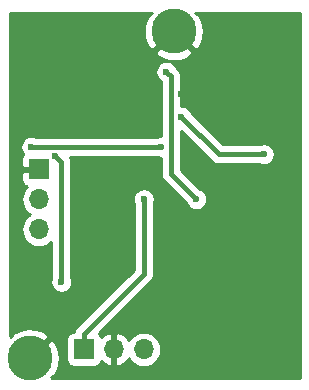
<source format=gbr>
G04 #@! TF.GenerationSoftware,KiCad,Pcbnew,5.1.2-f72e74a~84~ubuntu18.04.1*
G04 #@! TF.CreationDate,2019-05-28T19:28:17+02:00*
G04 #@! TF.ProjectId,OpenEMG2,4f70656e-454d-4473-922e-6b696361645f,rev?*
G04 #@! TF.SameCoordinates,Original*
G04 #@! TF.FileFunction,Copper,L2,Bot*
G04 #@! TF.FilePolarity,Positive*
%FSLAX46Y46*%
G04 Gerber Fmt 4.6, Leading zero omitted, Abs format (unit mm)*
G04 Created by KiCad (PCBNEW 5.1.2-f72e74a~84~ubuntu18.04.1) date 2019-05-28 19:28:17*
%MOMM*%
%LPD*%
G04 APERTURE LIST*
%ADD10C,3.800000*%
%ADD11O,1.700000X1.700000*%
%ADD12R,1.700000X1.700000*%
%ADD13C,0.600000*%
%ADD14C,0.450000*%
%ADD15C,0.254000*%
G04 APERTURE END LIST*
D10*
X26543000Y-69342000D03*
X38735000Y-41656000D03*
D11*
X36195000Y-68580000D03*
X33655000Y-68580000D03*
D12*
X31115000Y-68580000D03*
D11*
X27305000Y-58420000D03*
X27305000Y-55880000D03*
D12*
X27305000Y-53340000D03*
D13*
X29210000Y-62865000D03*
X28709167Y-52260000D03*
X37465000Y-59055000D03*
X39370000Y-46990000D03*
X31750000Y-47625000D03*
X30480000Y-66040000D03*
X41910000Y-65405000D03*
X45720000Y-57150000D03*
X34290000Y-43180000D03*
X41910000Y-42545000D03*
X43815000Y-48895000D03*
X39370000Y-48895000D03*
X46355000Y-52070000D03*
X26670000Y-51435000D03*
X37655000Y-51435000D03*
X40640000Y-55880000D03*
X38100000Y-45085000D03*
X36195000Y-55880000D03*
D14*
X29210000Y-62865000D02*
X29210000Y-52760833D01*
X29210000Y-52760833D02*
X28709167Y-52260000D01*
X39370000Y-48895000D02*
X42545000Y-52070000D01*
X42545000Y-52070000D02*
X46355000Y-52070000D01*
X26670000Y-51435000D02*
X37655000Y-51435000D01*
X38480001Y-45465001D02*
X38100000Y-45085000D01*
X40640000Y-55880000D02*
X38480001Y-53720001D01*
X38480001Y-53720001D02*
X38480001Y-45465001D01*
X36195000Y-62200000D02*
X36195000Y-55880000D01*
X31115000Y-68580000D02*
X31115000Y-67280000D01*
X31115000Y-67280000D02*
X36195000Y-62200000D01*
D15*
G36*
X36602133Y-40263362D02*
G01*
X36371425Y-40706223D01*
X36231548Y-41185583D01*
X36187877Y-41683021D01*
X36242091Y-42179422D01*
X36392106Y-42655707D01*
X36602133Y-43048638D01*
X36958651Y-43252744D01*
X38555395Y-41656000D01*
X38541253Y-41641858D01*
X38720858Y-41462253D01*
X38735000Y-41476395D01*
X38749143Y-41462253D01*
X38928748Y-41641858D01*
X38914605Y-41656000D01*
X40511349Y-43252744D01*
X40867867Y-43048638D01*
X41098575Y-42605777D01*
X41238452Y-42126417D01*
X41282123Y-41628979D01*
X41227909Y-41132578D01*
X41077894Y-40656293D01*
X40867867Y-40263362D01*
X40547583Y-40080000D01*
X49455000Y-40080000D01*
X49455001Y-71045000D01*
X28425608Y-71045000D01*
X28319351Y-70938743D01*
X28675867Y-70734638D01*
X28906575Y-70291777D01*
X29046452Y-69812417D01*
X29090123Y-69314979D01*
X29035909Y-68818578D01*
X28885894Y-68342293D01*
X28675867Y-67949362D01*
X28319349Y-67745256D01*
X26722605Y-69342000D01*
X26736748Y-69356143D01*
X26557143Y-69535748D01*
X26543000Y-69521605D01*
X26528858Y-69535748D01*
X26349253Y-69356143D01*
X26363395Y-69342000D01*
X26349253Y-69327858D01*
X26528858Y-69148253D01*
X26543000Y-69162395D01*
X27975395Y-67730000D01*
X29626928Y-67730000D01*
X29626928Y-69430000D01*
X29639188Y-69554482D01*
X29675498Y-69674180D01*
X29734463Y-69784494D01*
X29813815Y-69881185D01*
X29910506Y-69960537D01*
X30020820Y-70019502D01*
X30140518Y-70055812D01*
X30265000Y-70068072D01*
X31965000Y-70068072D01*
X32089482Y-70055812D01*
X32209180Y-70019502D01*
X32319494Y-69960537D01*
X32416185Y-69881185D01*
X32495537Y-69784494D01*
X32554502Y-69674180D01*
X32578966Y-69593534D01*
X32654731Y-69677588D01*
X32888080Y-69851641D01*
X33150901Y-69976825D01*
X33298110Y-70021476D01*
X33528000Y-69900155D01*
X33528000Y-68707000D01*
X33508000Y-68707000D01*
X33508000Y-68453000D01*
X33528000Y-68453000D01*
X33528000Y-67259845D01*
X33782000Y-67259845D01*
X33782000Y-68453000D01*
X33802000Y-68453000D01*
X33802000Y-68707000D01*
X33782000Y-68707000D01*
X33782000Y-69900155D01*
X34011890Y-70021476D01*
X34159099Y-69976825D01*
X34421920Y-69851641D01*
X34655269Y-69677588D01*
X34850178Y-69461355D01*
X34919799Y-69344477D01*
X34954294Y-69409014D01*
X35139866Y-69635134D01*
X35365986Y-69820706D01*
X35623966Y-69958599D01*
X35903889Y-70043513D01*
X36122050Y-70065000D01*
X36267950Y-70065000D01*
X36486111Y-70043513D01*
X36766034Y-69958599D01*
X37024014Y-69820706D01*
X37250134Y-69635134D01*
X37435706Y-69409014D01*
X37573599Y-69151034D01*
X37658513Y-68871111D01*
X37687185Y-68580000D01*
X37658513Y-68288889D01*
X37573599Y-68008966D01*
X37435706Y-67750986D01*
X37250134Y-67524866D01*
X37024014Y-67339294D01*
X36766034Y-67201401D01*
X36486111Y-67116487D01*
X36267950Y-67095000D01*
X36122050Y-67095000D01*
X35903889Y-67116487D01*
X35623966Y-67201401D01*
X35365986Y-67339294D01*
X35139866Y-67524866D01*
X34954294Y-67750986D01*
X34919799Y-67815523D01*
X34850178Y-67698645D01*
X34655269Y-67482412D01*
X34421920Y-67308359D01*
X34159099Y-67183175D01*
X34011890Y-67138524D01*
X33782000Y-67259845D01*
X33528000Y-67259845D01*
X33298110Y-67138524D01*
X33150901Y-67183175D01*
X32888080Y-67308359D01*
X32654731Y-67482412D01*
X32578966Y-67566466D01*
X32554502Y-67485820D01*
X32495537Y-67375506D01*
X32416185Y-67278815D01*
X32370171Y-67241052D01*
X36773242Y-62837982D01*
X36806054Y-62811054D01*
X36913524Y-62680102D01*
X36993381Y-62530700D01*
X37042556Y-62368589D01*
X37055000Y-62242246D01*
X37055000Y-62242239D01*
X37059160Y-62200000D01*
X37055000Y-62157761D01*
X37055000Y-56247048D01*
X37094068Y-56152729D01*
X37130000Y-55972089D01*
X37130000Y-55787911D01*
X37094068Y-55607271D01*
X37023586Y-55437111D01*
X36921262Y-55283972D01*
X36791028Y-55153738D01*
X36637889Y-55051414D01*
X36467729Y-54980932D01*
X36287089Y-54945000D01*
X36102911Y-54945000D01*
X35922271Y-54980932D01*
X35752111Y-55051414D01*
X35598972Y-55153738D01*
X35468738Y-55283972D01*
X35366414Y-55437111D01*
X35295932Y-55607271D01*
X35260000Y-55787911D01*
X35260000Y-55972089D01*
X35295932Y-56152729D01*
X35335001Y-56247051D01*
X35335000Y-61843776D01*
X30536760Y-66642017D01*
X30503947Y-66668946D01*
X30477018Y-66701759D01*
X30477016Y-66701761D01*
X30396477Y-66799898D01*
X30316620Y-66949300D01*
X30273354Y-67091928D01*
X30265000Y-67091928D01*
X30140518Y-67104188D01*
X30020820Y-67140498D01*
X29910506Y-67199463D01*
X29813815Y-67278815D01*
X29734463Y-67375506D01*
X29675498Y-67485820D01*
X29639188Y-67605518D01*
X29626928Y-67730000D01*
X27975395Y-67730000D01*
X28139744Y-67565651D01*
X27935638Y-67209133D01*
X27492777Y-66978425D01*
X27013417Y-66838548D01*
X26515979Y-66794877D01*
X26019578Y-66849091D01*
X25543293Y-66999106D01*
X25150362Y-67209133D01*
X24946257Y-67565649D01*
X24840000Y-67459392D01*
X24840000Y-51342911D01*
X25735000Y-51342911D01*
X25735000Y-51527089D01*
X25770932Y-51707729D01*
X25841414Y-51877889D01*
X25943738Y-52031028D01*
X25980245Y-52067535D01*
X25924463Y-52135506D01*
X25865498Y-52245820D01*
X25829188Y-52365518D01*
X25816928Y-52490000D01*
X25820000Y-53054250D01*
X25978750Y-53213000D01*
X27178000Y-53213000D01*
X27178000Y-53193000D01*
X27432000Y-53193000D01*
X27432000Y-53213000D01*
X27452000Y-53213000D01*
X27452000Y-53467000D01*
X27432000Y-53467000D01*
X27432000Y-53487000D01*
X27178000Y-53487000D01*
X27178000Y-53467000D01*
X25978750Y-53467000D01*
X25820000Y-53625750D01*
X25816928Y-54190000D01*
X25829188Y-54314482D01*
X25865498Y-54434180D01*
X25924463Y-54544494D01*
X26003815Y-54641185D01*
X26100506Y-54720537D01*
X26210820Y-54779502D01*
X26279687Y-54800393D01*
X26249866Y-54824866D01*
X26064294Y-55050986D01*
X25926401Y-55308966D01*
X25841487Y-55588889D01*
X25812815Y-55880000D01*
X25841487Y-56171111D01*
X25926401Y-56451034D01*
X26064294Y-56709014D01*
X26249866Y-56935134D01*
X26475986Y-57120706D01*
X26530791Y-57150000D01*
X26475986Y-57179294D01*
X26249866Y-57364866D01*
X26064294Y-57590986D01*
X25926401Y-57848966D01*
X25841487Y-58128889D01*
X25812815Y-58420000D01*
X25841487Y-58711111D01*
X25926401Y-58991034D01*
X26064294Y-59249014D01*
X26249866Y-59475134D01*
X26475986Y-59660706D01*
X26733966Y-59798599D01*
X27013889Y-59883513D01*
X27232050Y-59905000D01*
X27377950Y-59905000D01*
X27596111Y-59883513D01*
X27876034Y-59798599D01*
X28134014Y-59660706D01*
X28350000Y-59483450D01*
X28350000Y-62497952D01*
X28310932Y-62592271D01*
X28275000Y-62772911D01*
X28275000Y-62957089D01*
X28310932Y-63137729D01*
X28381414Y-63307889D01*
X28483738Y-63461028D01*
X28613972Y-63591262D01*
X28767111Y-63693586D01*
X28937271Y-63764068D01*
X29117911Y-63800000D01*
X29302089Y-63800000D01*
X29482729Y-63764068D01*
X29652889Y-63693586D01*
X29806028Y-63591262D01*
X29936262Y-63461028D01*
X30038586Y-63307889D01*
X30109068Y-63137729D01*
X30145000Y-62957089D01*
X30145000Y-62772911D01*
X30109068Y-62592271D01*
X30070000Y-62497952D01*
X30070000Y-52803072D01*
X30074160Y-52760833D01*
X30070000Y-52718594D01*
X30070000Y-52718587D01*
X30057556Y-52592244D01*
X30008381Y-52430133D01*
X29936151Y-52295000D01*
X37287952Y-52295000D01*
X37382271Y-52334068D01*
X37562911Y-52370000D01*
X37620001Y-52370000D01*
X37620001Y-53677762D01*
X37615841Y-53720001D01*
X37620001Y-53762240D01*
X37620001Y-53762246D01*
X37632445Y-53888589D01*
X37681620Y-54050700D01*
X37761477Y-54200102D01*
X37868947Y-54331055D01*
X37901766Y-54357989D01*
X39772346Y-56228570D01*
X39811414Y-56322889D01*
X39913738Y-56476028D01*
X40043972Y-56606262D01*
X40197111Y-56708586D01*
X40367271Y-56779068D01*
X40547911Y-56815000D01*
X40732089Y-56815000D01*
X40912729Y-56779068D01*
X41082889Y-56708586D01*
X41236028Y-56606262D01*
X41366262Y-56476028D01*
X41468586Y-56322889D01*
X41539068Y-56152729D01*
X41575000Y-55972089D01*
X41575000Y-55787911D01*
X41539068Y-55607271D01*
X41468586Y-55437111D01*
X41366262Y-55283972D01*
X41236028Y-55153738D01*
X41082889Y-55051414D01*
X40988570Y-55012346D01*
X39340001Y-53363778D01*
X39340001Y-50081224D01*
X41907017Y-52648241D01*
X41933946Y-52681054D01*
X42064898Y-52788524D01*
X42214300Y-52868381D01*
X42327235Y-52902639D01*
X42376410Y-52917556D01*
X42393558Y-52919245D01*
X42502754Y-52930000D01*
X42502760Y-52930000D01*
X42544999Y-52934160D01*
X42587238Y-52930000D01*
X45987952Y-52930000D01*
X46082271Y-52969068D01*
X46262911Y-53005000D01*
X46447089Y-53005000D01*
X46627729Y-52969068D01*
X46797889Y-52898586D01*
X46951028Y-52796262D01*
X47081262Y-52666028D01*
X47183586Y-52512889D01*
X47254068Y-52342729D01*
X47290000Y-52162089D01*
X47290000Y-51977911D01*
X47254068Y-51797271D01*
X47183586Y-51627111D01*
X47081262Y-51473972D01*
X46951028Y-51343738D01*
X46797889Y-51241414D01*
X46627729Y-51170932D01*
X46447089Y-51135000D01*
X46262911Y-51135000D01*
X46082271Y-51170932D01*
X45987952Y-51210000D01*
X42901224Y-51210000D01*
X40237654Y-48546431D01*
X40198586Y-48452111D01*
X40096262Y-48298972D01*
X39966028Y-48168738D01*
X39812889Y-48066414D01*
X39642729Y-47995932D01*
X39462089Y-47960000D01*
X39340001Y-47960000D01*
X39340001Y-45507247D01*
X39344162Y-45465001D01*
X39327557Y-45296411D01*
X39278382Y-45134300D01*
X39252030Y-45085000D01*
X39198525Y-44984899D01*
X39091055Y-44853947D01*
X39058236Y-44827013D01*
X38967655Y-44736432D01*
X38928586Y-44642111D01*
X38826262Y-44488972D01*
X38696028Y-44358738D01*
X38542889Y-44256414D01*
X38372729Y-44185932D01*
X38192089Y-44150000D01*
X38007911Y-44150000D01*
X37827271Y-44185932D01*
X37657111Y-44256414D01*
X37503972Y-44358738D01*
X37373738Y-44488972D01*
X37271414Y-44642111D01*
X37200932Y-44812271D01*
X37165000Y-44992911D01*
X37165000Y-45177089D01*
X37200932Y-45357729D01*
X37271414Y-45527889D01*
X37373738Y-45681028D01*
X37503972Y-45811262D01*
X37620002Y-45888791D01*
X37620001Y-50500000D01*
X37562911Y-50500000D01*
X37382271Y-50535932D01*
X37287952Y-50575000D01*
X27037048Y-50575000D01*
X26942729Y-50535932D01*
X26762089Y-50500000D01*
X26577911Y-50500000D01*
X26397271Y-50535932D01*
X26227111Y-50606414D01*
X26073972Y-50708738D01*
X25943738Y-50838972D01*
X25841414Y-50992111D01*
X25770932Y-51162271D01*
X25735000Y-51342911D01*
X24840000Y-51342911D01*
X24840000Y-43432349D01*
X37138256Y-43432349D01*
X37342362Y-43788867D01*
X37785223Y-44019575D01*
X38264583Y-44159452D01*
X38762021Y-44203123D01*
X39258422Y-44148909D01*
X39734707Y-43998894D01*
X40127638Y-43788867D01*
X40331744Y-43432349D01*
X38735000Y-41835605D01*
X37138256Y-43432349D01*
X24840000Y-43432349D01*
X24840000Y-40080000D01*
X36922417Y-40080000D01*
X36602133Y-40263362D01*
X36602133Y-40263362D01*
G37*
X36602133Y-40263362D02*
X36371425Y-40706223D01*
X36231548Y-41185583D01*
X36187877Y-41683021D01*
X36242091Y-42179422D01*
X36392106Y-42655707D01*
X36602133Y-43048638D01*
X36958651Y-43252744D01*
X38555395Y-41656000D01*
X38541253Y-41641858D01*
X38720858Y-41462253D01*
X38735000Y-41476395D01*
X38749143Y-41462253D01*
X38928748Y-41641858D01*
X38914605Y-41656000D01*
X40511349Y-43252744D01*
X40867867Y-43048638D01*
X41098575Y-42605777D01*
X41238452Y-42126417D01*
X41282123Y-41628979D01*
X41227909Y-41132578D01*
X41077894Y-40656293D01*
X40867867Y-40263362D01*
X40547583Y-40080000D01*
X49455000Y-40080000D01*
X49455001Y-71045000D01*
X28425608Y-71045000D01*
X28319351Y-70938743D01*
X28675867Y-70734638D01*
X28906575Y-70291777D01*
X29046452Y-69812417D01*
X29090123Y-69314979D01*
X29035909Y-68818578D01*
X28885894Y-68342293D01*
X28675867Y-67949362D01*
X28319349Y-67745256D01*
X26722605Y-69342000D01*
X26736748Y-69356143D01*
X26557143Y-69535748D01*
X26543000Y-69521605D01*
X26528858Y-69535748D01*
X26349253Y-69356143D01*
X26363395Y-69342000D01*
X26349253Y-69327858D01*
X26528858Y-69148253D01*
X26543000Y-69162395D01*
X27975395Y-67730000D01*
X29626928Y-67730000D01*
X29626928Y-69430000D01*
X29639188Y-69554482D01*
X29675498Y-69674180D01*
X29734463Y-69784494D01*
X29813815Y-69881185D01*
X29910506Y-69960537D01*
X30020820Y-70019502D01*
X30140518Y-70055812D01*
X30265000Y-70068072D01*
X31965000Y-70068072D01*
X32089482Y-70055812D01*
X32209180Y-70019502D01*
X32319494Y-69960537D01*
X32416185Y-69881185D01*
X32495537Y-69784494D01*
X32554502Y-69674180D01*
X32578966Y-69593534D01*
X32654731Y-69677588D01*
X32888080Y-69851641D01*
X33150901Y-69976825D01*
X33298110Y-70021476D01*
X33528000Y-69900155D01*
X33528000Y-68707000D01*
X33508000Y-68707000D01*
X33508000Y-68453000D01*
X33528000Y-68453000D01*
X33528000Y-67259845D01*
X33782000Y-67259845D01*
X33782000Y-68453000D01*
X33802000Y-68453000D01*
X33802000Y-68707000D01*
X33782000Y-68707000D01*
X33782000Y-69900155D01*
X34011890Y-70021476D01*
X34159099Y-69976825D01*
X34421920Y-69851641D01*
X34655269Y-69677588D01*
X34850178Y-69461355D01*
X34919799Y-69344477D01*
X34954294Y-69409014D01*
X35139866Y-69635134D01*
X35365986Y-69820706D01*
X35623966Y-69958599D01*
X35903889Y-70043513D01*
X36122050Y-70065000D01*
X36267950Y-70065000D01*
X36486111Y-70043513D01*
X36766034Y-69958599D01*
X37024014Y-69820706D01*
X37250134Y-69635134D01*
X37435706Y-69409014D01*
X37573599Y-69151034D01*
X37658513Y-68871111D01*
X37687185Y-68580000D01*
X37658513Y-68288889D01*
X37573599Y-68008966D01*
X37435706Y-67750986D01*
X37250134Y-67524866D01*
X37024014Y-67339294D01*
X36766034Y-67201401D01*
X36486111Y-67116487D01*
X36267950Y-67095000D01*
X36122050Y-67095000D01*
X35903889Y-67116487D01*
X35623966Y-67201401D01*
X35365986Y-67339294D01*
X35139866Y-67524866D01*
X34954294Y-67750986D01*
X34919799Y-67815523D01*
X34850178Y-67698645D01*
X34655269Y-67482412D01*
X34421920Y-67308359D01*
X34159099Y-67183175D01*
X34011890Y-67138524D01*
X33782000Y-67259845D01*
X33528000Y-67259845D01*
X33298110Y-67138524D01*
X33150901Y-67183175D01*
X32888080Y-67308359D01*
X32654731Y-67482412D01*
X32578966Y-67566466D01*
X32554502Y-67485820D01*
X32495537Y-67375506D01*
X32416185Y-67278815D01*
X32370171Y-67241052D01*
X36773242Y-62837982D01*
X36806054Y-62811054D01*
X36913524Y-62680102D01*
X36993381Y-62530700D01*
X37042556Y-62368589D01*
X37055000Y-62242246D01*
X37055000Y-62242239D01*
X37059160Y-62200000D01*
X37055000Y-62157761D01*
X37055000Y-56247048D01*
X37094068Y-56152729D01*
X37130000Y-55972089D01*
X37130000Y-55787911D01*
X37094068Y-55607271D01*
X37023586Y-55437111D01*
X36921262Y-55283972D01*
X36791028Y-55153738D01*
X36637889Y-55051414D01*
X36467729Y-54980932D01*
X36287089Y-54945000D01*
X36102911Y-54945000D01*
X35922271Y-54980932D01*
X35752111Y-55051414D01*
X35598972Y-55153738D01*
X35468738Y-55283972D01*
X35366414Y-55437111D01*
X35295932Y-55607271D01*
X35260000Y-55787911D01*
X35260000Y-55972089D01*
X35295932Y-56152729D01*
X35335001Y-56247051D01*
X35335000Y-61843776D01*
X30536760Y-66642017D01*
X30503947Y-66668946D01*
X30477018Y-66701759D01*
X30477016Y-66701761D01*
X30396477Y-66799898D01*
X30316620Y-66949300D01*
X30273354Y-67091928D01*
X30265000Y-67091928D01*
X30140518Y-67104188D01*
X30020820Y-67140498D01*
X29910506Y-67199463D01*
X29813815Y-67278815D01*
X29734463Y-67375506D01*
X29675498Y-67485820D01*
X29639188Y-67605518D01*
X29626928Y-67730000D01*
X27975395Y-67730000D01*
X28139744Y-67565651D01*
X27935638Y-67209133D01*
X27492777Y-66978425D01*
X27013417Y-66838548D01*
X26515979Y-66794877D01*
X26019578Y-66849091D01*
X25543293Y-66999106D01*
X25150362Y-67209133D01*
X24946257Y-67565649D01*
X24840000Y-67459392D01*
X24840000Y-51342911D01*
X25735000Y-51342911D01*
X25735000Y-51527089D01*
X25770932Y-51707729D01*
X25841414Y-51877889D01*
X25943738Y-52031028D01*
X25980245Y-52067535D01*
X25924463Y-52135506D01*
X25865498Y-52245820D01*
X25829188Y-52365518D01*
X25816928Y-52490000D01*
X25820000Y-53054250D01*
X25978750Y-53213000D01*
X27178000Y-53213000D01*
X27178000Y-53193000D01*
X27432000Y-53193000D01*
X27432000Y-53213000D01*
X27452000Y-53213000D01*
X27452000Y-53467000D01*
X27432000Y-53467000D01*
X27432000Y-53487000D01*
X27178000Y-53487000D01*
X27178000Y-53467000D01*
X25978750Y-53467000D01*
X25820000Y-53625750D01*
X25816928Y-54190000D01*
X25829188Y-54314482D01*
X25865498Y-54434180D01*
X25924463Y-54544494D01*
X26003815Y-54641185D01*
X26100506Y-54720537D01*
X26210820Y-54779502D01*
X26279687Y-54800393D01*
X26249866Y-54824866D01*
X26064294Y-55050986D01*
X25926401Y-55308966D01*
X25841487Y-55588889D01*
X25812815Y-55880000D01*
X25841487Y-56171111D01*
X25926401Y-56451034D01*
X26064294Y-56709014D01*
X26249866Y-56935134D01*
X26475986Y-57120706D01*
X26530791Y-57150000D01*
X26475986Y-57179294D01*
X26249866Y-57364866D01*
X26064294Y-57590986D01*
X25926401Y-57848966D01*
X25841487Y-58128889D01*
X25812815Y-58420000D01*
X25841487Y-58711111D01*
X25926401Y-58991034D01*
X26064294Y-59249014D01*
X26249866Y-59475134D01*
X26475986Y-59660706D01*
X26733966Y-59798599D01*
X27013889Y-59883513D01*
X27232050Y-59905000D01*
X27377950Y-59905000D01*
X27596111Y-59883513D01*
X27876034Y-59798599D01*
X28134014Y-59660706D01*
X28350000Y-59483450D01*
X28350000Y-62497952D01*
X28310932Y-62592271D01*
X28275000Y-62772911D01*
X28275000Y-62957089D01*
X28310932Y-63137729D01*
X28381414Y-63307889D01*
X28483738Y-63461028D01*
X28613972Y-63591262D01*
X28767111Y-63693586D01*
X28937271Y-63764068D01*
X29117911Y-63800000D01*
X29302089Y-63800000D01*
X29482729Y-63764068D01*
X29652889Y-63693586D01*
X29806028Y-63591262D01*
X29936262Y-63461028D01*
X30038586Y-63307889D01*
X30109068Y-63137729D01*
X30145000Y-62957089D01*
X30145000Y-62772911D01*
X30109068Y-62592271D01*
X30070000Y-62497952D01*
X30070000Y-52803072D01*
X30074160Y-52760833D01*
X30070000Y-52718594D01*
X30070000Y-52718587D01*
X30057556Y-52592244D01*
X30008381Y-52430133D01*
X29936151Y-52295000D01*
X37287952Y-52295000D01*
X37382271Y-52334068D01*
X37562911Y-52370000D01*
X37620001Y-52370000D01*
X37620001Y-53677762D01*
X37615841Y-53720001D01*
X37620001Y-53762240D01*
X37620001Y-53762246D01*
X37632445Y-53888589D01*
X37681620Y-54050700D01*
X37761477Y-54200102D01*
X37868947Y-54331055D01*
X37901766Y-54357989D01*
X39772346Y-56228570D01*
X39811414Y-56322889D01*
X39913738Y-56476028D01*
X40043972Y-56606262D01*
X40197111Y-56708586D01*
X40367271Y-56779068D01*
X40547911Y-56815000D01*
X40732089Y-56815000D01*
X40912729Y-56779068D01*
X41082889Y-56708586D01*
X41236028Y-56606262D01*
X41366262Y-56476028D01*
X41468586Y-56322889D01*
X41539068Y-56152729D01*
X41575000Y-55972089D01*
X41575000Y-55787911D01*
X41539068Y-55607271D01*
X41468586Y-55437111D01*
X41366262Y-55283972D01*
X41236028Y-55153738D01*
X41082889Y-55051414D01*
X40988570Y-55012346D01*
X39340001Y-53363778D01*
X39340001Y-50081224D01*
X41907017Y-52648241D01*
X41933946Y-52681054D01*
X42064898Y-52788524D01*
X42214300Y-52868381D01*
X42327235Y-52902639D01*
X42376410Y-52917556D01*
X42393558Y-52919245D01*
X42502754Y-52930000D01*
X42502760Y-52930000D01*
X42544999Y-52934160D01*
X42587238Y-52930000D01*
X45987952Y-52930000D01*
X46082271Y-52969068D01*
X46262911Y-53005000D01*
X46447089Y-53005000D01*
X46627729Y-52969068D01*
X46797889Y-52898586D01*
X46951028Y-52796262D01*
X47081262Y-52666028D01*
X47183586Y-52512889D01*
X47254068Y-52342729D01*
X47290000Y-52162089D01*
X47290000Y-51977911D01*
X47254068Y-51797271D01*
X47183586Y-51627111D01*
X47081262Y-51473972D01*
X46951028Y-51343738D01*
X46797889Y-51241414D01*
X46627729Y-51170932D01*
X46447089Y-51135000D01*
X46262911Y-51135000D01*
X46082271Y-51170932D01*
X45987952Y-51210000D01*
X42901224Y-51210000D01*
X40237654Y-48546431D01*
X40198586Y-48452111D01*
X40096262Y-48298972D01*
X39966028Y-48168738D01*
X39812889Y-48066414D01*
X39642729Y-47995932D01*
X39462089Y-47960000D01*
X39340001Y-47960000D01*
X39340001Y-45507247D01*
X39344162Y-45465001D01*
X39327557Y-45296411D01*
X39278382Y-45134300D01*
X39252030Y-45085000D01*
X39198525Y-44984899D01*
X39091055Y-44853947D01*
X39058236Y-44827013D01*
X38967655Y-44736432D01*
X38928586Y-44642111D01*
X38826262Y-44488972D01*
X38696028Y-44358738D01*
X38542889Y-44256414D01*
X38372729Y-44185932D01*
X38192089Y-44150000D01*
X38007911Y-44150000D01*
X37827271Y-44185932D01*
X37657111Y-44256414D01*
X37503972Y-44358738D01*
X37373738Y-44488972D01*
X37271414Y-44642111D01*
X37200932Y-44812271D01*
X37165000Y-44992911D01*
X37165000Y-45177089D01*
X37200932Y-45357729D01*
X37271414Y-45527889D01*
X37373738Y-45681028D01*
X37503972Y-45811262D01*
X37620002Y-45888791D01*
X37620001Y-50500000D01*
X37562911Y-50500000D01*
X37382271Y-50535932D01*
X37287952Y-50575000D01*
X27037048Y-50575000D01*
X26942729Y-50535932D01*
X26762089Y-50500000D01*
X26577911Y-50500000D01*
X26397271Y-50535932D01*
X26227111Y-50606414D01*
X26073972Y-50708738D01*
X25943738Y-50838972D01*
X25841414Y-50992111D01*
X25770932Y-51162271D01*
X25735000Y-51342911D01*
X24840000Y-51342911D01*
X24840000Y-43432349D01*
X37138256Y-43432349D01*
X37342362Y-43788867D01*
X37785223Y-44019575D01*
X38264583Y-44159452D01*
X38762021Y-44203123D01*
X39258422Y-44148909D01*
X39734707Y-43998894D01*
X40127638Y-43788867D01*
X40331744Y-43432349D01*
X38735000Y-41835605D01*
X37138256Y-43432349D01*
X24840000Y-43432349D01*
X24840000Y-40080000D01*
X36922417Y-40080000D01*
X36602133Y-40263362D01*
M02*

</source>
